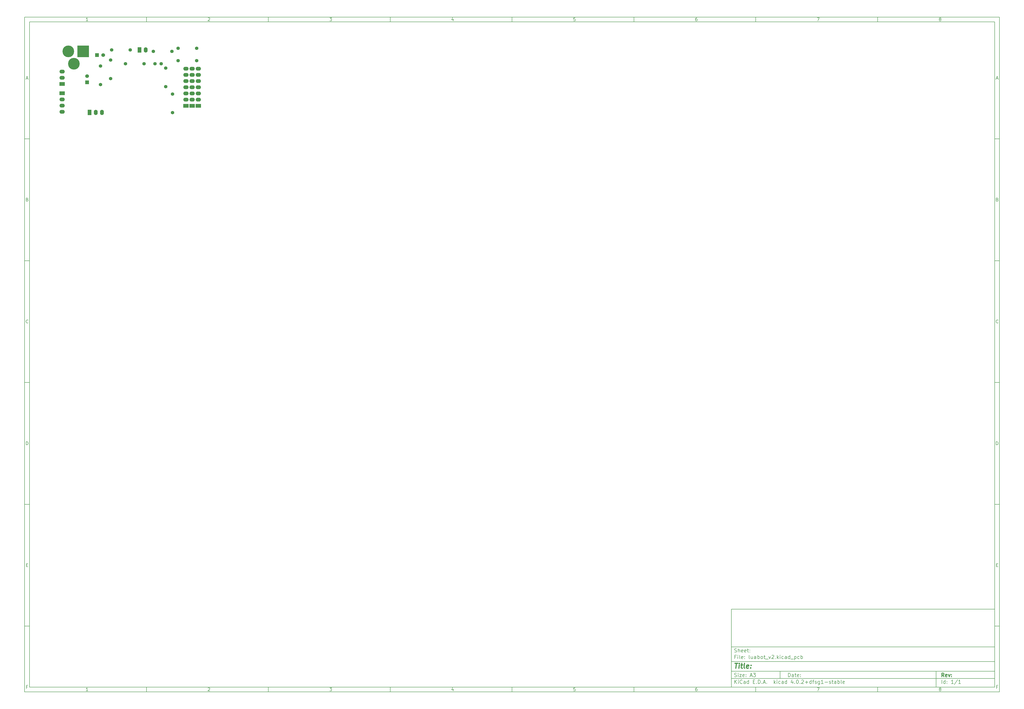
<source format=gbr>
G04 #@! TF.FileFunction,Soldermask,Bot*
%FSLAX46Y46*%
G04 Gerber Fmt 4.6, Leading zero omitted, Abs format (unit mm)*
G04 Created by KiCad (PCBNEW 4.0.2+dfsg1-stable) date Fri 20 May 2016 12:50:42 PM COT*
%MOMM*%
G01*
G04 APERTURE LIST*
%ADD10C,0.150000*%
%ADD11C,0.300000*%
%ADD12C,0.400000*%
%ADD13C,1.397000*%
%ADD14C,4.800600*%
%ADD15R,4.800600X4.800600*%
%ADD16R,1.524000X1.524000*%
%ADD17C,1.524000*%
%ADD18R,2.199640X1.524000*%
%ADD19O,2.199640X1.524000*%
%ADD20R,1.524000X2.199640*%
%ADD21O,1.524000X2.199640*%
G04 APERTURE END LIST*
D10*
X299989000Y-253002200D02*
X299989000Y-285002200D01*
X407989000Y-285002200D01*
X407989000Y-253002200D01*
X299989000Y-253002200D01*
X10000000Y-10000000D02*
X10000000Y-287002200D01*
X409989000Y-287002200D01*
X409989000Y-10000000D01*
X10000000Y-10000000D01*
X12000000Y-12000000D02*
X12000000Y-285002200D01*
X407989000Y-285002200D01*
X407989000Y-12000000D01*
X12000000Y-12000000D01*
X60000000Y-12000000D02*
X60000000Y-10000000D01*
X110000000Y-12000000D02*
X110000000Y-10000000D01*
X160000000Y-12000000D02*
X160000000Y-10000000D01*
X210000000Y-12000000D02*
X210000000Y-10000000D01*
X260000000Y-12000000D02*
X260000000Y-10000000D01*
X310000000Y-12000000D02*
X310000000Y-10000000D01*
X360000000Y-12000000D02*
X360000000Y-10000000D01*
X35990476Y-11588095D02*
X35247619Y-11588095D01*
X35619048Y-11588095D02*
X35619048Y-10288095D01*
X35495238Y-10473810D01*
X35371429Y-10597619D01*
X35247619Y-10659524D01*
X85247619Y-10411905D02*
X85309524Y-10350000D01*
X85433333Y-10288095D01*
X85742857Y-10288095D01*
X85866667Y-10350000D01*
X85928571Y-10411905D01*
X85990476Y-10535714D01*
X85990476Y-10659524D01*
X85928571Y-10845238D01*
X85185714Y-11588095D01*
X85990476Y-11588095D01*
X135185714Y-10288095D02*
X135990476Y-10288095D01*
X135557143Y-10783333D01*
X135742857Y-10783333D01*
X135866667Y-10845238D01*
X135928571Y-10907143D01*
X135990476Y-11030952D01*
X135990476Y-11340476D01*
X135928571Y-11464286D01*
X135866667Y-11526190D01*
X135742857Y-11588095D01*
X135371429Y-11588095D01*
X135247619Y-11526190D01*
X135185714Y-11464286D01*
X185866667Y-10721429D02*
X185866667Y-11588095D01*
X185557143Y-10226190D02*
X185247619Y-11154762D01*
X186052381Y-11154762D01*
X235928571Y-10288095D02*
X235309524Y-10288095D01*
X235247619Y-10907143D01*
X235309524Y-10845238D01*
X235433333Y-10783333D01*
X235742857Y-10783333D01*
X235866667Y-10845238D01*
X235928571Y-10907143D01*
X235990476Y-11030952D01*
X235990476Y-11340476D01*
X235928571Y-11464286D01*
X235866667Y-11526190D01*
X235742857Y-11588095D01*
X235433333Y-11588095D01*
X235309524Y-11526190D01*
X235247619Y-11464286D01*
X285866667Y-10288095D02*
X285619048Y-10288095D01*
X285495238Y-10350000D01*
X285433333Y-10411905D01*
X285309524Y-10597619D01*
X285247619Y-10845238D01*
X285247619Y-11340476D01*
X285309524Y-11464286D01*
X285371429Y-11526190D01*
X285495238Y-11588095D01*
X285742857Y-11588095D01*
X285866667Y-11526190D01*
X285928571Y-11464286D01*
X285990476Y-11340476D01*
X285990476Y-11030952D01*
X285928571Y-10907143D01*
X285866667Y-10845238D01*
X285742857Y-10783333D01*
X285495238Y-10783333D01*
X285371429Y-10845238D01*
X285309524Y-10907143D01*
X285247619Y-11030952D01*
X335185714Y-10288095D02*
X336052381Y-10288095D01*
X335495238Y-11588095D01*
X385495238Y-10845238D02*
X385371429Y-10783333D01*
X385309524Y-10721429D01*
X385247619Y-10597619D01*
X385247619Y-10535714D01*
X385309524Y-10411905D01*
X385371429Y-10350000D01*
X385495238Y-10288095D01*
X385742857Y-10288095D01*
X385866667Y-10350000D01*
X385928571Y-10411905D01*
X385990476Y-10535714D01*
X385990476Y-10597619D01*
X385928571Y-10721429D01*
X385866667Y-10783333D01*
X385742857Y-10845238D01*
X385495238Y-10845238D01*
X385371429Y-10907143D01*
X385309524Y-10969048D01*
X385247619Y-11092857D01*
X385247619Y-11340476D01*
X385309524Y-11464286D01*
X385371429Y-11526190D01*
X385495238Y-11588095D01*
X385742857Y-11588095D01*
X385866667Y-11526190D01*
X385928571Y-11464286D01*
X385990476Y-11340476D01*
X385990476Y-11092857D01*
X385928571Y-10969048D01*
X385866667Y-10907143D01*
X385742857Y-10845238D01*
X60000000Y-285002200D02*
X60000000Y-287002200D01*
X110000000Y-285002200D02*
X110000000Y-287002200D01*
X160000000Y-285002200D02*
X160000000Y-287002200D01*
X210000000Y-285002200D02*
X210000000Y-287002200D01*
X260000000Y-285002200D02*
X260000000Y-287002200D01*
X310000000Y-285002200D02*
X310000000Y-287002200D01*
X360000000Y-285002200D02*
X360000000Y-287002200D01*
X35990476Y-286590295D02*
X35247619Y-286590295D01*
X35619048Y-286590295D02*
X35619048Y-285290295D01*
X35495238Y-285476010D01*
X35371429Y-285599819D01*
X35247619Y-285661724D01*
X85247619Y-285414105D02*
X85309524Y-285352200D01*
X85433333Y-285290295D01*
X85742857Y-285290295D01*
X85866667Y-285352200D01*
X85928571Y-285414105D01*
X85990476Y-285537914D01*
X85990476Y-285661724D01*
X85928571Y-285847438D01*
X85185714Y-286590295D01*
X85990476Y-286590295D01*
X135185714Y-285290295D02*
X135990476Y-285290295D01*
X135557143Y-285785533D01*
X135742857Y-285785533D01*
X135866667Y-285847438D01*
X135928571Y-285909343D01*
X135990476Y-286033152D01*
X135990476Y-286342676D01*
X135928571Y-286466486D01*
X135866667Y-286528390D01*
X135742857Y-286590295D01*
X135371429Y-286590295D01*
X135247619Y-286528390D01*
X135185714Y-286466486D01*
X185866667Y-285723629D02*
X185866667Y-286590295D01*
X185557143Y-285228390D02*
X185247619Y-286156962D01*
X186052381Y-286156962D01*
X235928571Y-285290295D02*
X235309524Y-285290295D01*
X235247619Y-285909343D01*
X235309524Y-285847438D01*
X235433333Y-285785533D01*
X235742857Y-285785533D01*
X235866667Y-285847438D01*
X235928571Y-285909343D01*
X235990476Y-286033152D01*
X235990476Y-286342676D01*
X235928571Y-286466486D01*
X235866667Y-286528390D01*
X235742857Y-286590295D01*
X235433333Y-286590295D01*
X235309524Y-286528390D01*
X235247619Y-286466486D01*
X285866667Y-285290295D02*
X285619048Y-285290295D01*
X285495238Y-285352200D01*
X285433333Y-285414105D01*
X285309524Y-285599819D01*
X285247619Y-285847438D01*
X285247619Y-286342676D01*
X285309524Y-286466486D01*
X285371429Y-286528390D01*
X285495238Y-286590295D01*
X285742857Y-286590295D01*
X285866667Y-286528390D01*
X285928571Y-286466486D01*
X285990476Y-286342676D01*
X285990476Y-286033152D01*
X285928571Y-285909343D01*
X285866667Y-285847438D01*
X285742857Y-285785533D01*
X285495238Y-285785533D01*
X285371429Y-285847438D01*
X285309524Y-285909343D01*
X285247619Y-286033152D01*
X335185714Y-285290295D02*
X336052381Y-285290295D01*
X335495238Y-286590295D01*
X385495238Y-285847438D02*
X385371429Y-285785533D01*
X385309524Y-285723629D01*
X385247619Y-285599819D01*
X385247619Y-285537914D01*
X385309524Y-285414105D01*
X385371429Y-285352200D01*
X385495238Y-285290295D01*
X385742857Y-285290295D01*
X385866667Y-285352200D01*
X385928571Y-285414105D01*
X385990476Y-285537914D01*
X385990476Y-285599819D01*
X385928571Y-285723629D01*
X385866667Y-285785533D01*
X385742857Y-285847438D01*
X385495238Y-285847438D01*
X385371429Y-285909343D01*
X385309524Y-285971248D01*
X385247619Y-286095057D01*
X385247619Y-286342676D01*
X385309524Y-286466486D01*
X385371429Y-286528390D01*
X385495238Y-286590295D01*
X385742857Y-286590295D01*
X385866667Y-286528390D01*
X385928571Y-286466486D01*
X385990476Y-286342676D01*
X385990476Y-286095057D01*
X385928571Y-285971248D01*
X385866667Y-285909343D01*
X385742857Y-285847438D01*
X10000000Y-60000000D02*
X12000000Y-60000000D01*
X10000000Y-110000000D02*
X12000000Y-110000000D01*
X10000000Y-160000000D02*
X12000000Y-160000000D01*
X10000000Y-210000000D02*
X12000000Y-210000000D01*
X10000000Y-260000000D02*
X12000000Y-260000000D01*
X10690476Y-35216667D02*
X11309524Y-35216667D01*
X10566667Y-35588095D02*
X11000000Y-34288095D01*
X11433333Y-35588095D01*
X11092857Y-84907143D02*
X11278571Y-84969048D01*
X11340476Y-85030952D01*
X11402381Y-85154762D01*
X11402381Y-85340476D01*
X11340476Y-85464286D01*
X11278571Y-85526190D01*
X11154762Y-85588095D01*
X10659524Y-85588095D01*
X10659524Y-84288095D01*
X11092857Y-84288095D01*
X11216667Y-84350000D01*
X11278571Y-84411905D01*
X11340476Y-84535714D01*
X11340476Y-84659524D01*
X11278571Y-84783333D01*
X11216667Y-84845238D01*
X11092857Y-84907143D01*
X10659524Y-84907143D01*
X11402381Y-135464286D02*
X11340476Y-135526190D01*
X11154762Y-135588095D01*
X11030952Y-135588095D01*
X10845238Y-135526190D01*
X10721429Y-135402381D01*
X10659524Y-135278571D01*
X10597619Y-135030952D01*
X10597619Y-134845238D01*
X10659524Y-134597619D01*
X10721429Y-134473810D01*
X10845238Y-134350000D01*
X11030952Y-134288095D01*
X11154762Y-134288095D01*
X11340476Y-134350000D01*
X11402381Y-134411905D01*
X10659524Y-185588095D02*
X10659524Y-184288095D01*
X10969048Y-184288095D01*
X11154762Y-184350000D01*
X11278571Y-184473810D01*
X11340476Y-184597619D01*
X11402381Y-184845238D01*
X11402381Y-185030952D01*
X11340476Y-185278571D01*
X11278571Y-185402381D01*
X11154762Y-185526190D01*
X10969048Y-185588095D01*
X10659524Y-185588095D01*
X10721429Y-234907143D02*
X11154762Y-234907143D01*
X11340476Y-235588095D02*
X10721429Y-235588095D01*
X10721429Y-234288095D01*
X11340476Y-234288095D01*
X11185714Y-284907143D02*
X10752381Y-284907143D01*
X10752381Y-285588095D02*
X10752381Y-284288095D01*
X11371428Y-284288095D01*
X409989000Y-60000000D02*
X407989000Y-60000000D01*
X409989000Y-110000000D02*
X407989000Y-110000000D01*
X409989000Y-160000000D02*
X407989000Y-160000000D01*
X409989000Y-210000000D02*
X407989000Y-210000000D01*
X409989000Y-260000000D02*
X407989000Y-260000000D01*
X408679476Y-35216667D02*
X409298524Y-35216667D01*
X408555667Y-35588095D02*
X408989000Y-34288095D01*
X409422333Y-35588095D01*
X409081857Y-84907143D02*
X409267571Y-84969048D01*
X409329476Y-85030952D01*
X409391381Y-85154762D01*
X409391381Y-85340476D01*
X409329476Y-85464286D01*
X409267571Y-85526190D01*
X409143762Y-85588095D01*
X408648524Y-85588095D01*
X408648524Y-84288095D01*
X409081857Y-84288095D01*
X409205667Y-84350000D01*
X409267571Y-84411905D01*
X409329476Y-84535714D01*
X409329476Y-84659524D01*
X409267571Y-84783333D01*
X409205667Y-84845238D01*
X409081857Y-84907143D01*
X408648524Y-84907143D01*
X409391381Y-135464286D02*
X409329476Y-135526190D01*
X409143762Y-135588095D01*
X409019952Y-135588095D01*
X408834238Y-135526190D01*
X408710429Y-135402381D01*
X408648524Y-135278571D01*
X408586619Y-135030952D01*
X408586619Y-134845238D01*
X408648524Y-134597619D01*
X408710429Y-134473810D01*
X408834238Y-134350000D01*
X409019952Y-134288095D01*
X409143762Y-134288095D01*
X409329476Y-134350000D01*
X409391381Y-134411905D01*
X408648524Y-185588095D02*
X408648524Y-184288095D01*
X408958048Y-184288095D01*
X409143762Y-184350000D01*
X409267571Y-184473810D01*
X409329476Y-184597619D01*
X409391381Y-184845238D01*
X409391381Y-185030952D01*
X409329476Y-185278571D01*
X409267571Y-185402381D01*
X409143762Y-185526190D01*
X408958048Y-185588095D01*
X408648524Y-185588095D01*
X408710429Y-234907143D02*
X409143762Y-234907143D01*
X409329476Y-235588095D02*
X408710429Y-235588095D01*
X408710429Y-234288095D01*
X409329476Y-234288095D01*
X409174714Y-284907143D02*
X408741381Y-284907143D01*
X408741381Y-285588095D02*
X408741381Y-284288095D01*
X409360428Y-284288095D01*
X323346143Y-280780771D02*
X323346143Y-279280771D01*
X323703286Y-279280771D01*
X323917571Y-279352200D01*
X324060429Y-279495057D01*
X324131857Y-279637914D01*
X324203286Y-279923629D01*
X324203286Y-280137914D01*
X324131857Y-280423629D01*
X324060429Y-280566486D01*
X323917571Y-280709343D01*
X323703286Y-280780771D01*
X323346143Y-280780771D01*
X325489000Y-280780771D02*
X325489000Y-279995057D01*
X325417571Y-279852200D01*
X325274714Y-279780771D01*
X324989000Y-279780771D01*
X324846143Y-279852200D01*
X325489000Y-280709343D02*
X325346143Y-280780771D01*
X324989000Y-280780771D01*
X324846143Y-280709343D01*
X324774714Y-280566486D01*
X324774714Y-280423629D01*
X324846143Y-280280771D01*
X324989000Y-280209343D01*
X325346143Y-280209343D01*
X325489000Y-280137914D01*
X325989000Y-279780771D02*
X326560429Y-279780771D01*
X326203286Y-279280771D02*
X326203286Y-280566486D01*
X326274714Y-280709343D01*
X326417572Y-280780771D01*
X326560429Y-280780771D01*
X327631857Y-280709343D02*
X327489000Y-280780771D01*
X327203286Y-280780771D01*
X327060429Y-280709343D01*
X326989000Y-280566486D01*
X326989000Y-279995057D01*
X327060429Y-279852200D01*
X327203286Y-279780771D01*
X327489000Y-279780771D01*
X327631857Y-279852200D01*
X327703286Y-279995057D01*
X327703286Y-280137914D01*
X326989000Y-280280771D01*
X328346143Y-280637914D02*
X328417571Y-280709343D01*
X328346143Y-280780771D01*
X328274714Y-280709343D01*
X328346143Y-280637914D01*
X328346143Y-280780771D01*
X328346143Y-279852200D02*
X328417571Y-279923629D01*
X328346143Y-279995057D01*
X328274714Y-279923629D01*
X328346143Y-279852200D01*
X328346143Y-279995057D01*
X299989000Y-281502200D02*
X407989000Y-281502200D01*
X301346143Y-283580771D02*
X301346143Y-282080771D01*
X302203286Y-283580771D02*
X301560429Y-282723629D01*
X302203286Y-282080771D02*
X301346143Y-282937914D01*
X302846143Y-283580771D02*
X302846143Y-282580771D01*
X302846143Y-282080771D02*
X302774714Y-282152200D01*
X302846143Y-282223629D01*
X302917571Y-282152200D01*
X302846143Y-282080771D01*
X302846143Y-282223629D01*
X304417572Y-283437914D02*
X304346143Y-283509343D01*
X304131857Y-283580771D01*
X303989000Y-283580771D01*
X303774715Y-283509343D01*
X303631857Y-283366486D01*
X303560429Y-283223629D01*
X303489000Y-282937914D01*
X303489000Y-282723629D01*
X303560429Y-282437914D01*
X303631857Y-282295057D01*
X303774715Y-282152200D01*
X303989000Y-282080771D01*
X304131857Y-282080771D01*
X304346143Y-282152200D01*
X304417572Y-282223629D01*
X305703286Y-283580771D02*
X305703286Y-282795057D01*
X305631857Y-282652200D01*
X305489000Y-282580771D01*
X305203286Y-282580771D01*
X305060429Y-282652200D01*
X305703286Y-283509343D02*
X305560429Y-283580771D01*
X305203286Y-283580771D01*
X305060429Y-283509343D01*
X304989000Y-283366486D01*
X304989000Y-283223629D01*
X305060429Y-283080771D01*
X305203286Y-283009343D01*
X305560429Y-283009343D01*
X305703286Y-282937914D01*
X307060429Y-283580771D02*
X307060429Y-282080771D01*
X307060429Y-283509343D02*
X306917572Y-283580771D01*
X306631858Y-283580771D01*
X306489000Y-283509343D01*
X306417572Y-283437914D01*
X306346143Y-283295057D01*
X306346143Y-282866486D01*
X306417572Y-282723629D01*
X306489000Y-282652200D01*
X306631858Y-282580771D01*
X306917572Y-282580771D01*
X307060429Y-282652200D01*
X308917572Y-282795057D02*
X309417572Y-282795057D01*
X309631858Y-283580771D02*
X308917572Y-283580771D01*
X308917572Y-282080771D01*
X309631858Y-282080771D01*
X310274715Y-283437914D02*
X310346143Y-283509343D01*
X310274715Y-283580771D01*
X310203286Y-283509343D01*
X310274715Y-283437914D01*
X310274715Y-283580771D01*
X310989001Y-283580771D02*
X310989001Y-282080771D01*
X311346144Y-282080771D01*
X311560429Y-282152200D01*
X311703287Y-282295057D01*
X311774715Y-282437914D01*
X311846144Y-282723629D01*
X311846144Y-282937914D01*
X311774715Y-283223629D01*
X311703287Y-283366486D01*
X311560429Y-283509343D01*
X311346144Y-283580771D01*
X310989001Y-283580771D01*
X312489001Y-283437914D02*
X312560429Y-283509343D01*
X312489001Y-283580771D01*
X312417572Y-283509343D01*
X312489001Y-283437914D01*
X312489001Y-283580771D01*
X313131858Y-283152200D02*
X313846144Y-283152200D01*
X312989001Y-283580771D02*
X313489001Y-282080771D01*
X313989001Y-283580771D01*
X314489001Y-283437914D02*
X314560429Y-283509343D01*
X314489001Y-283580771D01*
X314417572Y-283509343D01*
X314489001Y-283437914D01*
X314489001Y-283580771D01*
X317489001Y-283580771D02*
X317489001Y-282080771D01*
X317631858Y-283009343D02*
X318060429Y-283580771D01*
X318060429Y-282580771D02*
X317489001Y-283152200D01*
X318703287Y-283580771D02*
X318703287Y-282580771D01*
X318703287Y-282080771D02*
X318631858Y-282152200D01*
X318703287Y-282223629D01*
X318774715Y-282152200D01*
X318703287Y-282080771D01*
X318703287Y-282223629D01*
X320060430Y-283509343D02*
X319917573Y-283580771D01*
X319631859Y-283580771D01*
X319489001Y-283509343D01*
X319417573Y-283437914D01*
X319346144Y-283295057D01*
X319346144Y-282866486D01*
X319417573Y-282723629D01*
X319489001Y-282652200D01*
X319631859Y-282580771D01*
X319917573Y-282580771D01*
X320060430Y-282652200D01*
X321346144Y-283580771D02*
X321346144Y-282795057D01*
X321274715Y-282652200D01*
X321131858Y-282580771D01*
X320846144Y-282580771D01*
X320703287Y-282652200D01*
X321346144Y-283509343D02*
X321203287Y-283580771D01*
X320846144Y-283580771D01*
X320703287Y-283509343D01*
X320631858Y-283366486D01*
X320631858Y-283223629D01*
X320703287Y-283080771D01*
X320846144Y-283009343D01*
X321203287Y-283009343D01*
X321346144Y-282937914D01*
X322703287Y-283580771D02*
X322703287Y-282080771D01*
X322703287Y-283509343D02*
X322560430Y-283580771D01*
X322274716Y-283580771D01*
X322131858Y-283509343D01*
X322060430Y-283437914D01*
X321989001Y-283295057D01*
X321989001Y-282866486D01*
X322060430Y-282723629D01*
X322131858Y-282652200D01*
X322274716Y-282580771D01*
X322560430Y-282580771D01*
X322703287Y-282652200D01*
X325203287Y-282580771D02*
X325203287Y-283580771D01*
X324846144Y-282009343D02*
X324489001Y-283080771D01*
X325417573Y-283080771D01*
X325989001Y-283437914D02*
X326060429Y-283509343D01*
X325989001Y-283580771D01*
X325917572Y-283509343D01*
X325989001Y-283437914D01*
X325989001Y-283580771D01*
X326989001Y-282080771D02*
X327131858Y-282080771D01*
X327274715Y-282152200D01*
X327346144Y-282223629D01*
X327417573Y-282366486D01*
X327489001Y-282652200D01*
X327489001Y-283009343D01*
X327417573Y-283295057D01*
X327346144Y-283437914D01*
X327274715Y-283509343D01*
X327131858Y-283580771D01*
X326989001Y-283580771D01*
X326846144Y-283509343D01*
X326774715Y-283437914D01*
X326703287Y-283295057D01*
X326631858Y-283009343D01*
X326631858Y-282652200D01*
X326703287Y-282366486D01*
X326774715Y-282223629D01*
X326846144Y-282152200D01*
X326989001Y-282080771D01*
X328131858Y-283437914D02*
X328203286Y-283509343D01*
X328131858Y-283580771D01*
X328060429Y-283509343D01*
X328131858Y-283437914D01*
X328131858Y-283580771D01*
X328774715Y-282223629D02*
X328846144Y-282152200D01*
X328989001Y-282080771D01*
X329346144Y-282080771D01*
X329489001Y-282152200D01*
X329560430Y-282223629D01*
X329631858Y-282366486D01*
X329631858Y-282509343D01*
X329560430Y-282723629D01*
X328703287Y-283580771D01*
X329631858Y-283580771D01*
X330274715Y-283009343D02*
X331417572Y-283009343D01*
X330846143Y-283580771D02*
X330846143Y-282437914D01*
X332774715Y-283580771D02*
X332774715Y-282080771D01*
X332774715Y-283509343D02*
X332631858Y-283580771D01*
X332346144Y-283580771D01*
X332203286Y-283509343D01*
X332131858Y-283437914D01*
X332060429Y-283295057D01*
X332060429Y-282866486D01*
X332131858Y-282723629D01*
X332203286Y-282652200D01*
X332346144Y-282580771D01*
X332631858Y-282580771D01*
X332774715Y-282652200D01*
X333274715Y-282580771D02*
X333846144Y-282580771D01*
X333489001Y-283580771D02*
X333489001Y-282295057D01*
X333560429Y-282152200D01*
X333703287Y-282080771D01*
X333846144Y-282080771D01*
X334274715Y-283509343D02*
X334417572Y-283580771D01*
X334703287Y-283580771D01*
X334846144Y-283509343D01*
X334917572Y-283366486D01*
X334917572Y-283295057D01*
X334846144Y-283152200D01*
X334703287Y-283080771D01*
X334489001Y-283080771D01*
X334346144Y-283009343D01*
X334274715Y-282866486D01*
X334274715Y-282795057D01*
X334346144Y-282652200D01*
X334489001Y-282580771D01*
X334703287Y-282580771D01*
X334846144Y-282652200D01*
X336203287Y-282580771D02*
X336203287Y-283795057D01*
X336131858Y-283937914D01*
X336060430Y-284009343D01*
X335917573Y-284080771D01*
X335703287Y-284080771D01*
X335560430Y-284009343D01*
X336203287Y-283509343D02*
X336060430Y-283580771D01*
X335774716Y-283580771D01*
X335631858Y-283509343D01*
X335560430Y-283437914D01*
X335489001Y-283295057D01*
X335489001Y-282866486D01*
X335560430Y-282723629D01*
X335631858Y-282652200D01*
X335774716Y-282580771D01*
X336060430Y-282580771D01*
X336203287Y-282652200D01*
X337703287Y-283580771D02*
X336846144Y-283580771D01*
X337274716Y-283580771D02*
X337274716Y-282080771D01*
X337131859Y-282295057D01*
X336989001Y-282437914D01*
X336846144Y-282509343D01*
X338346144Y-283009343D02*
X339489001Y-283009343D01*
X340131858Y-283509343D02*
X340274715Y-283580771D01*
X340560430Y-283580771D01*
X340703287Y-283509343D01*
X340774715Y-283366486D01*
X340774715Y-283295057D01*
X340703287Y-283152200D01*
X340560430Y-283080771D01*
X340346144Y-283080771D01*
X340203287Y-283009343D01*
X340131858Y-282866486D01*
X340131858Y-282795057D01*
X340203287Y-282652200D01*
X340346144Y-282580771D01*
X340560430Y-282580771D01*
X340703287Y-282652200D01*
X341203287Y-282580771D02*
X341774716Y-282580771D01*
X341417573Y-282080771D02*
X341417573Y-283366486D01*
X341489001Y-283509343D01*
X341631859Y-283580771D01*
X341774716Y-283580771D01*
X342917573Y-283580771D02*
X342917573Y-282795057D01*
X342846144Y-282652200D01*
X342703287Y-282580771D01*
X342417573Y-282580771D01*
X342274716Y-282652200D01*
X342917573Y-283509343D02*
X342774716Y-283580771D01*
X342417573Y-283580771D01*
X342274716Y-283509343D01*
X342203287Y-283366486D01*
X342203287Y-283223629D01*
X342274716Y-283080771D01*
X342417573Y-283009343D01*
X342774716Y-283009343D01*
X342917573Y-282937914D01*
X343631859Y-283580771D02*
X343631859Y-282080771D01*
X343631859Y-282652200D02*
X343774716Y-282580771D01*
X344060430Y-282580771D01*
X344203287Y-282652200D01*
X344274716Y-282723629D01*
X344346145Y-282866486D01*
X344346145Y-283295057D01*
X344274716Y-283437914D01*
X344203287Y-283509343D01*
X344060430Y-283580771D01*
X343774716Y-283580771D01*
X343631859Y-283509343D01*
X345203288Y-283580771D02*
X345060430Y-283509343D01*
X344989002Y-283366486D01*
X344989002Y-282080771D01*
X346346144Y-283509343D02*
X346203287Y-283580771D01*
X345917573Y-283580771D01*
X345774716Y-283509343D01*
X345703287Y-283366486D01*
X345703287Y-282795057D01*
X345774716Y-282652200D01*
X345917573Y-282580771D01*
X346203287Y-282580771D01*
X346346144Y-282652200D01*
X346417573Y-282795057D01*
X346417573Y-282937914D01*
X345703287Y-283080771D01*
X299989000Y-278502200D02*
X407989000Y-278502200D01*
D11*
X387203286Y-280780771D02*
X386703286Y-280066486D01*
X386346143Y-280780771D02*
X386346143Y-279280771D01*
X386917571Y-279280771D01*
X387060429Y-279352200D01*
X387131857Y-279423629D01*
X387203286Y-279566486D01*
X387203286Y-279780771D01*
X387131857Y-279923629D01*
X387060429Y-279995057D01*
X386917571Y-280066486D01*
X386346143Y-280066486D01*
X388417571Y-280709343D02*
X388274714Y-280780771D01*
X387989000Y-280780771D01*
X387846143Y-280709343D01*
X387774714Y-280566486D01*
X387774714Y-279995057D01*
X387846143Y-279852200D01*
X387989000Y-279780771D01*
X388274714Y-279780771D01*
X388417571Y-279852200D01*
X388489000Y-279995057D01*
X388489000Y-280137914D01*
X387774714Y-280280771D01*
X388989000Y-279780771D02*
X389346143Y-280780771D01*
X389703285Y-279780771D01*
X390274714Y-280637914D02*
X390346142Y-280709343D01*
X390274714Y-280780771D01*
X390203285Y-280709343D01*
X390274714Y-280637914D01*
X390274714Y-280780771D01*
X390274714Y-279852200D02*
X390346142Y-279923629D01*
X390274714Y-279995057D01*
X390203285Y-279923629D01*
X390274714Y-279852200D01*
X390274714Y-279995057D01*
D10*
X301274714Y-280709343D02*
X301489000Y-280780771D01*
X301846143Y-280780771D01*
X301989000Y-280709343D01*
X302060429Y-280637914D01*
X302131857Y-280495057D01*
X302131857Y-280352200D01*
X302060429Y-280209343D01*
X301989000Y-280137914D01*
X301846143Y-280066486D01*
X301560429Y-279995057D01*
X301417571Y-279923629D01*
X301346143Y-279852200D01*
X301274714Y-279709343D01*
X301274714Y-279566486D01*
X301346143Y-279423629D01*
X301417571Y-279352200D01*
X301560429Y-279280771D01*
X301917571Y-279280771D01*
X302131857Y-279352200D01*
X302774714Y-280780771D02*
X302774714Y-279780771D01*
X302774714Y-279280771D02*
X302703285Y-279352200D01*
X302774714Y-279423629D01*
X302846142Y-279352200D01*
X302774714Y-279280771D01*
X302774714Y-279423629D01*
X303346143Y-279780771D02*
X304131857Y-279780771D01*
X303346143Y-280780771D01*
X304131857Y-280780771D01*
X305274714Y-280709343D02*
X305131857Y-280780771D01*
X304846143Y-280780771D01*
X304703286Y-280709343D01*
X304631857Y-280566486D01*
X304631857Y-279995057D01*
X304703286Y-279852200D01*
X304846143Y-279780771D01*
X305131857Y-279780771D01*
X305274714Y-279852200D01*
X305346143Y-279995057D01*
X305346143Y-280137914D01*
X304631857Y-280280771D01*
X305989000Y-280637914D02*
X306060428Y-280709343D01*
X305989000Y-280780771D01*
X305917571Y-280709343D01*
X305989000Y-280637914D01*
X305989000Y-280780771D01*
X305989000Y-279852200D02*
X306060428Y-279923629D01*
X305989000Y-279995057D01*
X305917571Y-279923629D01*
X305989000Y-279852200D01*
X305989000Y-279995057D01*
X307774714Y-280352200D02*
X308489000Y-280352200D01*
X307631857Y-280780771D02*
X308131857Y-279280771D01*
X308631857Y-280780771D01*
X308989000Y-279280771D02*
X309917571Y-279280771D01*
X309417571Y-279852200D01*
X309631857Y-279852200D01*
X309774714Y-279923629D01*
X309846143Y-279995057D01*
X309917571Y-280137914D01*
X309917571Y-280495057D01*
X309846143Y-280637914D01*
X309774714Y-280709343D01*
X309631857Y-280780771D01*
X309203285Y-280780771D01*
X309060428Y-280709343D01*
X308989000Y-280637914D01*
X386346143Y-283580771D02*
X386346143Y-282080771D01*
X387703286Y-283580771D02*
X387703286Y-282080771D01*
X387703286Y-283509343D02*
X387560429Y-283580771D01*
X387274715Y-283580771D01*
X387131857Y-283509343D01*
X387060429Y-283437914D01*
X386989000Y-283295057D01*
X386989000Y-282866486D01*
X387060429Y-282723629D01*
X387131857Y-282652200D01*
X387274715Y-282580771D01*
X387560429Y-282580771D01*
X387703286Y-282652200D01*
X388417572Y-283437914D02*
X388489000Y-283509343D01*
X388417572Y-283580771D01*
X388346143Y-283509343D01*
X388417572Y-283437914D01*
X388417572Y-283580771D01*
X388417572Y-282652200D02*
X388489000Y-282723629D01*
X388417572Y-282795057D01*
X388346143Y-282723629D01*
X388417572Y-282652200D01*
X388417572Y-282795057D01*
X391060429Y-283580771D02*
X390203286Y-283580771D01*
X390631858Y-283580771D02*
X390631858Y-282080771D01*
X390489001Y-282295057D01*
X390346143Y-282437914D01*
X390203286Y-282509343D01*
X392774714Y-282009343D02*
X391489000Y-283937914D01*
X394060429Y-283580771D02*
X393203286Y-283580771D01*
X393631858Y-283580771D02*
X393631858Y-282080771D01*
X393489001Y-282295057D01*
X393346143Y-282437914D01*
X393203286Y-282509343D01*
X299989000Y-274502200D02*
X407989000Y-274502200D01*
D12*
X301441381Y-275206962D02*
X302584238Y-275206962D01*
X301762810Y-277206962D02*
X302012810Y-275206962D01*
X303000905Y-277206962D02*
X303167571Y-275873629D01*
X303250905Y-275206962D02*
X303143762Y-275302200D01*
X303227095Y-275397438D01*
X303334239Y-275302200D01*
X303250905Y-275206962D01*
X303227095Y-275397438D01*
X303834238Y-275873629D02*
X304596143Y-275873629D01*
X304203286Y-275206962D02*
X303989000Y-276921248D01*
X304060430Y-277111724D01*
X304239001Y-277206962D01*
X304429477Y-277206962D01*
X305381858Y-277206962D02*
X305203287Y-277111724D01*
X305131857Y-276921248D01*
X305346143Y-275206962D01*
X306917572Y-277111724D02*
X306715191Y-277206962D01*
X306334239Y-277206962D01*
X306155667Y-277111724D01*
X306084238Y-276921248D01*
X306179476Y-276159343D01*
X306298524Y-275968867D01*
X306500905Y-275873629D01*
X306881857Y-275873629D01*
X307060429Y-275968867D01*
X307131857Y-276159343D01*
X307108048Y-276349819D01*
X306131857Y-276540295D01*
X307881857Y-277016486D02*
X307965192Y-277111724D01*
X307858048Y-277206962D01*
X307774715Y-277111724D01*
X307881857Y-277016486D01*
X307858048Y-277206962D01*
X308012810Y-275968867D02*
X308096144Y-276064105D01*
X307989000Y-276159343D01*
X307905667Y-276064105D01*
X308012810Y-275968867D01*
X307989000Y-276159343D01*
D10*
X301846143Y-272595057D02*
X301346143Y-272595057D01*
X301346143Y-273380771D02*
X301346143Y-271880771D01*
X302060429Y-271880771D01*
X302631857Y-273380771D02*
X302631857Y-272380771D01*
X302631857Y-271880771D02*
X302560428Y-271952200D01*
X302631857Y-272023629D01*
X302703285Y-271952200D01*
X302631857Y-271880771D01*
X302631857Y-272023629D01*
X303560429Y-273380771D02*
X303417571Y-273309343D01*
X303346143Y-273166486D01*
X303346143Y-271880771D01*
X304703285Y-273309343D02*
X304560428Y-273380771D01*
X304274714Y-273380771D01*
X304131857Y-273309343D01*
X304060428Y-273166486D01*
X304060428Y-272595057D01*
X304131857Y-272452200D01*
X304274714Y-272380771D01*
X304560428Y-272380771D01*
X304703285Y-272452200D01*
X304774714Y-272595057D01*
X304774714Y-272737914D01*
X304060428Y-272880771D01*
X305417571Y-273237914D02*
X305488999Y-273309343D01*
X305417571Y-273380771D01*
X305346142Y-273309343D01*
X305417571Y-273237914D01*
X305417571Y-273380771D01*
X305417571Y-272452200D02*
X305488999Y-272523629D01*
X305417571Y-272595057D01*
X305346142Y-272523629D01*
X305417571Y-272452200D01*
X305417571Y-272595057D01*
X307489000Y-273380771D02*
X307346142Y-273309343D01*
X307274714Y-273166486D01*
X307274714Y-271880771D01*
X308703285Y-272380771D02*
X308703285Y-273380771D01*
X308060428Y-272380771D02*
X308060428Y-273166486D01*
X308131856Y-273309343D01*
X308274714Y-273380771D01*
X308488999Y-273380771D01*
X308631856Y-273309343D01*
X308703285Y-273237914D01*
X310060428Y-273380771D02*
X310060428Y-272595057D01*
X309988999Y-272452200D01*
X309846142Y-272380771D01*
X309560428Y-272380771D01*
X309417571Y-272452200D01*
X310060428Y-273309343D02*
X309917571Y-273380771D01*
X309560428Y-273380771D01*
X309417571Y-273309343D01*
X309346142Y-273166486D01*
X309346142Y-273023629D01*
X309417571Y-272880771D01*
X309560428Y-272809343D01*
X309917571Y-272809343D01*
X310060428Y-272737914D01*
X310774714Y-273380771D02*
X310774714Y-271880771D01*
X310774714Y-272452200D02*
X310917571Y-272380771D01*
X311203285Y-272380771D01*
X311346142Y-272452200D01*
X311417571Y-272523629D01*
X311489000Y-272666486D01*
X311489000Y-273095057D01*
X311417571Y-273237914D01*
X311346142Y-273309343D01*
X311203285Y-273380771D01*
X310917571Y-273380771D01*
X310774714Y-273309343D01*
X312346143Y-273380771D02*
X312203285Y-273309343D01*
X312131857Y-273237914D01*
X312060428Y-273095057D01*
X312060428Y-272666486D01*
X312131857Y-272523629D01*
X312203285Y-272452200D01*
X312346143Y-272380771D01*
X312560428Y-272380771D01*
X312703285Y-272452200D01*
X312774714Y-272523629D01*
X312846143Y-272666486D01*
X312846143Y-273095057D01*
X312774714Y-273237914D01*
X312703285Y-273309343D01*
X312560428Y-273380771D01*
X312346143Y-273380771D01*
X313274714Y-272380771D02*
X313846143Y-272380771D01*
X313489000Y-271880771D02*
X313489000Y-273166486D01*
X313560428Y-273309343D01*
X313703286Y-273380771D01*
X313846143Y-273380771D01*
X313989000Y-273523629D02*
X315131857Y-273523629D01*
X315346143Y-272380771D02*
X315703286Y-273380771D01*
X316060428Y-272380771D01*
X316560428Y-272023629D02*
X316631857Y-271952200D01*
X316774714Y-271880771D01*
X317131857Y-271880771D01*
X317274714Y-271952200D01*
X317346143Y-272023629D01*
X317417571Y-272166486D01*
X317417571Y-272309343D01*
X317346143Y-272523629D01*
X316489000Y-273380771D01*
X317417571Y-273380771D01*
X318060428Y-273237914D02*
X318131856Y-273309343D01*
X318060428Y-273380771D01*
X317988999Y-273309343D01*
X318060428Y-273237914D01*
X318060428Y-273380771D01*
X318774714Y-273380771D02*
X318774714Y-271880771D01*
X318917571Y-272809343D02*
X319346142Y-273380771D01*
X319346142Y-272380771D02*
X318774714Y-272952200D01*
X319989000Y-273380771D02*
X319989000Y-272380771D01*
X319989000Y-271880771D02*
X319917571Y-271952200D01*
X319989000Y-272023629D01*
X320060428Y-271952200D01*
X319989000Y-271880771D01*
X319989000Y-272023629D01*
X321346143Y-273309343D02*
X321203286Y-273380771D01*
X320917572Y-273380771D01*
X320774714Y-273309343D01*
X320703286Y-273237914D01*
X320631857Y-273095057D01*
X320631857Y-272666486D01*
X320703286Y-272523629D01*
X320774714Y-272452200D01*
X320917572Y-272380771D01*
X321203286Y-272380771D01*
X321346143Y-272452200D01*
X322631857Y-273380771D02*
X322631857Y-272595057D01*
X322560428Y-272452200D01*
X322417571Y-272380771D01*
X322131857Y-272380771D01*
X321989000Y-272452200D01*
X322631857Y-273309343D02*
X322489000Y-273380771D01*
X322131857Y-273380771D01*
X321989000Y-273309343D01*
X321917571Y-273166486D01*
X321917571Y-273023629D01*
X321989000Y-272880771D01*
X322131857Y-272809343D01*
X322489000Y-272809343D01*
X322631857Y-272737914D01*
X323989000Y-273380771D02*
X323989000Y-271880771D01*
X323989000Y-273309343D02*
X323846143Y-273380771D01*
X323560429Y-273380771D01*
X323417571Y-273309343D01*
X323346143Y-273237914D01*
X323274714Y-273095057D01*
X323274714Y-272666486D01*
X323346143Y-272523629D01*
X323417571Y-272452200D01*
X323560429Y-272380771D01*
X323846143Y-272380771D01*
X323989000Y-272452200D01*
X324346143Y-273523629D02*
X325489000Y-273523629D01*
X325846143Y-272380771D02*
X325846143Y-273880771D01*
X325846143Y-272452200D02*
X325989000Y-272380771D01*
X326274714Y-272380771D01*
X326417571Y-272452200D01*
X326489000Y-272523629D01*
X326560429Y-272666486D01*
X326560429Y-273095057D01*
X326489000Y-273237914D01*
X326417571Y-273309343D01*
X326274714Y-273380771D01*
X325989000Y-273380771D01*
X325846143Y-273309343D01*
X327846143Y-273309343D02*
X327703286Y-273380771D01*
X327417572Y-273380771D01*
X327274714Y-273309343D01*
X327203286Y-273237914D01*
X327131857Y-273095057D01*
X327131857Y-272666486D01*
X327203286Y-272523629D01*
X327274714Y-272452200D01*
X327417572Y-272380771D01*
X327703286Y-272380771D01*
X327846143Y-272452200D01*
X328489000Y-273380771D02*
X328489000Y-271880771D01*
X328489000Y-272452200D02*
X328631857Y-272380771D01*
X328917571Y-272380771D01*
X329060428Y-272452200D01*
X329131857Y-272523629D01*
X329203286Y-272666486D01*
X329203286Y-273095057D01*
X329131857Y-273237914D01*
X329060428Y-273309343D01*
X328917571Y-273380771D01*
X328631857Y-273380771D01*
X328489000Y-273309343D01*
X299989000Y-268502200D02*
X407989000Y-268502200D01*
X301274714Y-270609343D02*
X301489000Y-270680771D01*
X301846143Y-270680771D01*
X301989000Y-270609343D01*
X302060429Y-270537914D01*
X302131857Y-270395057D01*
X302131857Y-270252200D01*
X302060429Y-270109343D01*
X301989000Y-270037914D01*
X301846143Y-269966486D01*
X301560429Y-269895057D01*
X301417571Y-269823629D01*
X301346143Y-269752200D01*
X301274714Y-269609343D01*
X301274714Y-269466486D01*
X301346143Y-269323629D01*
X301417571Y-269252200D01*
X301560429Y-269180771D01*
X301917571Y-269180771D01*
X302131857Y-269252200D01*
X302774714Y-270680771D02*
X302774714Y-269180771D01*
X303417571Y-270680771D02*
X303417571Y-269895057D01*
X303346142Y-269752200D01*
X303203285Y-269680771D01*
X302989000Y-269680771D01*
X302846142Y-269752200D01*
X302774714Y-269823629D01*
X304703285Y-270609343D02*
X304560428Y-270680771D01*
X304274714Y-270680771D01*
X304131857Y-270609343D01*
X304060428Y-270466486D01*
X304060428Y-269895057D01*
X304131857Y-269752200D01*
X304274714Y-269680771D01*
X304560428Y-269680771D01*
X304703285Y-269752200D01*
X304774714Y-269895057D01*
X304774714Y-270037914D01*
X304060428Y-270180771D01*
X305988999Y-270609343D02*
X305846142Y-270680771D01*
X305560428Y-270680771D01*
X305417571Y-270609343D01*
X305346142Y-270466486D01*
X305346142Y-269895057D01*
X305417571Y-269752200D01*
X305560428Y-269680771D01*
X305846142Y-269680771D01*
X305988999Y-269752200D01*
X306060428Y-269895057D01*
X306060428Y-270037914D01*
X305346142Y-270180771D01*
X306488999Y-269680771D02*
X307060428Y-269680771D01*
X306703285Y-269180771D02*
X306703285Y-270466486D01*
X306774713Y-270609343D01*
X306917571Y-270680771D01*
X307060428Y-270680771D01*
X307560428Y-270537914D02*
X307631856Y-270609343D01*
X307560428Y-270680771D01*
X307488999Y-270609343D01*
X307560428Y-270537914D01*
X307560428Y-270680771D01*
X307560428Y-269752200D02*
X307631856Y-269823629D01*
X307560428Y-269895057D01*
X307488999Y-269823629D01*
X307560428Y-269752200D01*
X307560428Y-269895057D01*
X319989000Y-278502200D02*
X319989000Y-281502200D01*
X383989000Y-278502200D02*
X383989000Y-285002200D01*
D13*
X80645000Y-22860000D03*
X80645000Y-27940000D03*
X73025000Y-22860000D03*
X73025000Y-27940000D03*
X70739000Y-41656000D03*
X70739000Y-49276000D03*
X67945000Y-30988000D03*
X67945000Y-38608000D03*
X45339000Y-35306000D03*
X45339000Y-27686000D03*
X62865000Y-24130000D03*
X70485000Y-24130000D03*
X59055000Y-29210000D03*
X51435000Y-29210000D03*
X41148000Y-30099000D03*
X41148000Y-37719000D03*
X53340000Y-23495000D03*
X45720000Y-23495000D03*
D14*
X27940000Y-24130000D03*
D15*
X34036000Y-24130000D03*
D14*
X30226000Y-29210000D03*
D16*
X39751000Y-25654000D03*
D17*
X42291000Y-25654000D03*
D16*
X35687000Y-36830000D03*
D17*
X35687000Y-34290000D03*
D13*
X63500000Y-29210000D03*
X66040000Y-29210000D03*
D18*
X76200000Y-46482000D03*
D19*
X76200000Y-43942000D03*
X76200000Y-41402000D03*
X76200000Y-38862000D03*
X76200000Y-36322000D03*
X76200000Y-33782000D03*
X76200000Y-31242000D03*
D18*
X81280000Y-46482000D03*
D19*
X81280000Y-43942000D03*
X81280000Y-41402000D03*
X81280000Y-38862000D03*
X81280000Y-36322000D03*
X81280000Y-33782000D03*
X81280000Y-31242000D03*
D18*
X78740000Y-46482000D03*
D19*
X78740000Y-43942000D03*
X78740000Y-41402000D03*
X78740000Y-38862000D03*
X78740000Y-36322000D03*
X78740000Y-33782000D03*
X78740000Y-31242000D03*
D18*
X25400000Y-41275000D03*
D19*
X25400000Y-43815000D03*
X25400000Y-46355000D03*
X25400000Y-48895000D03*
D18*
X25400000Y-37465000D03*
D19*
X25400000Y-34925000D03*
X25400000Y-32385000D03*
D20*
X36703000Y-49149000D03*
D21*
X39243000Y-49149000D03*
X41783000Y-49149000D03*
D20*
X57150000Y-23495000D03*
D21*
X59690000Y-23495000D03*
M02*

</source>
